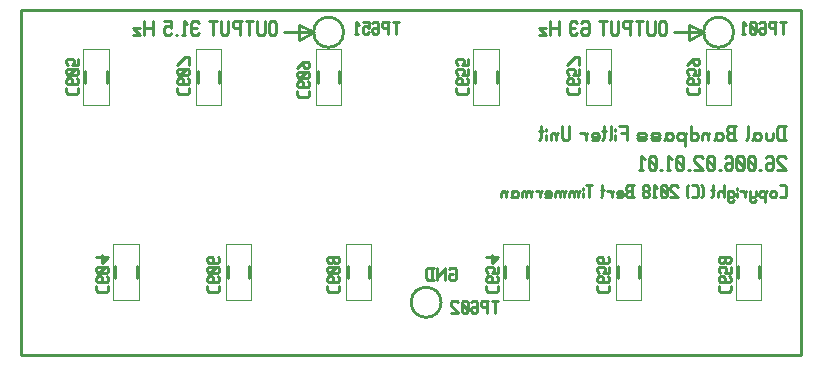
<source format=gbo>
G04 start of page 9 for group -4078 idx -4078 *
G04 Title: 26.006.02.01.01, bottomsilk *
G04 Creator: pcb 4.2.2 *
G04 CreationDate: Sat Feb 13 13:51:24 2021 UTC *
G04 For: bert *
G04 Format: Gerber/RS-274X *
G04 PCB-Dimensions (mil): 2600.00 1150.00 *
G04 PCB-Coordinate-Origin: lower left *
%MOIN*%
%FSLAX25Y25*%
%LNGBO*%
%ADD42C,0.0000*%
%ADD41C,0.0100*%
G54D41*X0Y115000D02*X260000D01*
X97500Y107500D02*X87500D01*
X92500Y110000D02*X97500Y107500D01*
X0Y0D02*Y115000D01*
X260000Y0D02*X0D01*
X97500Y107500D02*X92500Y105000D01*
Y110000D01*
X260000Y115000D02*Y0D01*
X222500Y110000D02*X227500Y107500D01*
X222500Y105000D01*
Y110000D01*
X227500Y107500D02*X217500D01*
X254400Y71500D02*Y76300D01*
X252600D02*X252000Y75700D01*
Y72100D02*Y75700D01*
X252600Y71500D02*X252000Y72100D01*
X252600Y71500D02*X255000D01*
X252600Y76300D02*X255000D01*
X250560Y72100D02*Y73900D01*
Y72100D02*X249960Y71500D01*
X248760D02*X249960D01*
X248760D02*X248160Y72100D01*
Y73900D01*
X244920D02*X244320Y73300D01*
X244920Y73900D02*X246120D01*
X246720Y73300D02*X246120Y73900D01*
X246720Y72100D02*Y73300D01*
Y72100D02*X246120Y71500D01*
X244320Y72100D02*Y73900D01*
Y72100D02*X243720Y71500D01*
X244920D02*X246120D01*
X244920D02*X244320Y72100D01*
X242280D02*Y76300D01*
Y72100D02*X241680Y71500D01*
X235920D02*X238320D01*
X235920D02*X235320Y72100D01*
Y73300D01*
X235920Y73900D02*X235320Y73300D01*
X235920Y73900D02*X237720D01*
Y71500D02*Y76300D01*
X235920D02*X238320D01*
X235920D02*X235320Y75700D01*
Y74500D02*Y75700D01*
X235920Y73900D02*X235320Y74500D01*
X232080Y73900D02*X231480Y73300D01*
X232080Y73900D02*X233280D01*
X233880Y73300D02*X233280Y73900D01*
X233880Y72100D02*Y73300D01*
Y72100D02*X233280Y71500D01*
X231480Y72100D02*Y73900D01*
Y72100D02*X230880Y71500D01*
X232080D02*X233280D01*
X232080D02*X231480Y72100D01*
X228840Y71500D02*Y73300D01*
X228240Y73900D01*
X227640D02*X228240D01*
X227640D02*X227040Y73300D01*
Y71500D02*Y73300D01*
X229440Y73900D02*X228840Y73300D01*
X223200Y71500D02*Y76300D01*
X223800Y71500D02*X223200Y72100D01*
X223800Y71500D02*X225000D01*
X225600Y72100D02*X225000Y71500D01*
X225600Y72100D02*Y73300D01*
X225000Y73900D01*
X223800D02*X225000D01*
X223800D02*X223200Y73300D01*
X221160Y69700D02*Y73300D01*
X221760Y73900D02*X221160Y73300D01*
X220560Y73900D01*
X219360D02*X220560D01*
X219360D02*X218760Y73300D01*
Y72100D02*Y73300D01*
X219360Y71500D02*X218760Y72100D01*
X219360Y71500D02*X220560D01*
X221160Y72100D02*X220560Y71500D01*
X215520Y73900D02*X214920Y73300D01*
X215520Y73900D02*X216720D01*
X217320Y73300D02*X216720Y73900D01*
X217320Y72100D02*Y73300D01*
Y72100D02*X216720Y71500D01*
X214920Y72100D02*Y73900D01*
Y72100D02*X214320Y71500D01*
X215520D02*X216720D01*
X215520D02*X214920Y72100D01*
X210480Y71500D02*X212280D01*
X210480D02*X209880Y72100D01*
X210480Y72700D02*X209880Y72100D01*
X210480Y72700D02*X212280D01*
X212880Y73300D02*X212280Y72700D01*
X212880Y73300D02*X212280Y73900D01*
X210480D02*X212280D01*
X210480D02*X209880Y73300D01*
X212880Y72100D02*X212280Y71500D01*
X206040D02*X207840D01*
X206040D02*X205440Y72100D01*
X206040Y72700D02*X205440Y72100D01*
X206040Y72700D02*X207840D01*
X208440Y73300D02*X207840Y72700D01*
X208440Y73300D02*X207840Y73900D01*
X206040D02*X207840D01*
X206040D02*X205440Y73300D01*
X208440Y72100D02*X207840Y71500D01*
X201840D02*Y76300D01*
X199440D02*X201840D01*
X200040Y73900D02*X201840D01*
X198000Y74500D02*Y75100D01*
Y71500D02*Y73300D01*
X196800Y72100D02*Y76300D01*
Y72100D02*X196200Y71500D01*
X194400Y72100D02*Y76300D01*
Y72100D02*X193800Y71500D01*
Y74500D02*X195000D01*
X190200Y71500D02*X192000D01*
X192600Y72100D02*X192000Y71500D01*
X192600Y72100D02*Y73300D01*
X192000Y73900D01*
X190800D02*X192000D01*
X190800D02*X190200Y73300D01*
Y72700D02*X192600D01*
X190200D02*Y73300D01*
X188160Y71500D02*Y73300D01*
X187560Y73900D01*
X186360D02*X187560D01*
X188760D02*X188160Y73300D01*
X182760Y72100D02*Y76300D01*
Y72100D02*X182160Y71500D01*
X180960D02*X182160D01*
X180960D02*X180360Y72100D01*
Y76300D01*
X178320Y71500D02*Y73300D01*
X177720Y73900D01*
X177120D02*X177720D01*
X177120D02*X176520Y73300D01*
Y71500D02*Y73300D01*
X178920Y73900D02*X178320Y73300D01*
X175080Y74500D02*Y75100D01*
Y71500D02*Y73300D01*
X173280Y72100D02*Y76300D01*
Y72100D02*X172680Y71500D01*
Y74500D02*X173880D01*
X143000Y29000D02*X142500Y28500D01*
X143000Y29000D02*X144500D01*
X145000Y28500D02*X144500Y29000D01*
X145000Y25500D02*Y28500D01*
Y25500D02*X144500Y25000D01*
X143000D02*X144500D01*
X143000D02*X142500Y25500D01*
Y26500D01*
X143000Y27000D02*X142500Y26500D01*
X143000Y27000D02*X144000D01*
X141300Y25000D02*Y29000D01*
Y28500D02*Y29000D01*
Y28500D02*X138800Y26000D01*
Y25000D02*Y29000D01*
X137100Y25000D02*Y29000D01*
X135600D02*X135100Y28500D01*
Y25500D02*Y28500D01*
X135600Y25000D02*X135100Y25500D01*
X135600Y25000D02*X137600D01*
X135600Y29000D02*X137600D01*
X85000Y107100D02*Y110700D01*
X84400Y111300D01*
X83200D02*X84400D01*
X83200D02*X82600Y110700D01*
Y107100D02*Y110700D01*
X83200Y106500D02*X82600Y107100D01*
X83200Y106500D02*X84400D01*
X85000Y107100D02*X84400Y106500D01*
X81160Y107100D02*Y111300D01*
Y107100D02*X80560Y106500D01*
X79360D02*X80560D01*
X79360D02*X78760Y107100D01*
Y111300D01*
X74920D02*X77320D01*
X76120Y106500D02*Y111300D01*
X72880Y106500D02*Y111300D01*
X71080D02*X73480D01*
X71080D02*X70480Y110700D01*
Y109500D02*Y110700D01*
X71080Y108900D02*X70480Y109500D01*
X71080Y108900D02*X72880D01*
X69040Y107100D02*Y111300D01*
Y107100D02*X68440Y106500D01*
X67240D02*X68440D01*
X67240D02*X66640Y107100D01*
Y111300D01*
X62800D02*X65200D01*
X64000Y106500D02*Y111300D01*
X59200Y110700D02*X58600Y111300D01*
X57400D02*X58600D01*
X57400D02*X56800Y110700D01*
Y107100D02*Y110700D01*
X57400Y106500D02*X56800Y107100D01*
X57400Y106500D02*X58600D01*
X59200Y107100D02*X58600Y106500D01*
X56800Y108900D02*X58600D01*
X53560Y106500D02*X54760D01*
X54160D02*Y111300D01*
X55360Y110100D02*X54160Y111300D01*
X51520Y106500D02*X52120D01*
X47680Y111300D02*X50080D01*
Y108900D02*Y111300D01*
Y108900D02*X49480Y109500D01*
X48280D02*X49480D01*
X48280D02*X47680Y108900D01*
Y107100D02*Y108900D01*
X48280Y106500D02*X47680Y107100D01*
X48280Y106500D02*X49480D01*
X50080Y107100D02*X49480Y106500D01*
X44080D02*Y111300D01*
X41080Y106500D02*Y111300D01*
Y108900D02*X44080D01*
X37240D02*X39640D01*
Y106500D02*X37240Y108900D01*
Y106500D02*X39640D01*
X215000Y107100D02*Y110700D01*
X214400Y111300D01*
X213200D02*X214400D01*
X213200D02*X212600Y110700D01*
Y107100D02*Y110700D01*
X213200Y106500D02*X212600Y107100D01*
X213200Y106500D02*X214400D01*
X215000Y107100D02*X214400Y106500D01*
X211160Y107100D02*Y111300D01*
Y107100D02*X210560Y106500D01*
X209360D02*X210560D01*
X209360D02*X208760Y107100D01*
Y111300D01*
X204920D02*X207320D01*
X206120Y106500D02*Y111300D01*
X202880Y106500D02*Y111300D01*
X201080D02*X203480D01*
X201080D02*X200480Y110700D01*
Y109500D02*Y110700D01*
X201080Y108900D02*X200480Y109500D01*
X201080Y108900D02*X202880D01*
X199040Y107100D02*Y111300D01*
Y107100D02*X198440Y106500D01*
X197240D02*X198440D01*
X197240D02*X196640Y107100D01*
Y111300D01*
X192800D02*X195200D01*
X194000Y106500D02*Y111300D01*
X187400D02*X186800Y110700D01*
X187400Y111300D02*X188600D01*
X189200Y110700D02*X188600Y111300D01*
X189200Y107100D02*Y110700D01*
Y107100D02*X188600Y106500D01*
X187400Y108900D02*X186800Y108300D01*
X187400Y108900D02*X189200D01*
X187400Y106500D02*X188600D01*
X187400D02*X186800Y107100D01*
Y108300D01*
X185360Y110700D02*X184760Y111300D01*
X183560D02*X184760D01*
X183560D02*X182960Y110700D01*
Y107100D02*Y110700D01*
X183560Y106500D02*X182960Y107100D01*
X183560Y106500D02*X184760D01*
X185360Y107100D02*X184760Y106500D01*
X182960Y108900D02*X184760D01*
X179360Y106500D02*Y111300D01*
X176360Y106500D02*Y111300D01*
Y108900D02*X179360D01*
X172520D02*X174920D01*
Y106500D02*X172520Y108900D01*
Y106500D02*X174920D01*
X255000Y65700D02*X254400Y66300D01*
X252600D02*X254400D01*
X252600D02*X252000Y65700D01*
Y64500D02*Y65700D01*
X255000Y61500D02*X252000Y64500D01*
Y61500D02*X255000D01*
X248760Y66300D02*X248160Y65700D01*
X248760Y66300D02*X249960D01*
X250560Y65700D02*X249960Y66300D01*
X250560Y62100D02*Y65700D01*
Y62100D02*X249960Y61500D01*
X248760Y63900D02*X248160Y63300D01*
X248760Y63900D02*X250560D01*
X248760Y61500D02*X249960D01*
X248760D02*X248160Y62100D01*
Y63300D01*
X246120Y61500D02*X246720D01*
X244680Y62100D02*X244080Y61500D01*
X244680Y62100D02*Y65700D01*
X244080Y66300D01*
X242880D02*X244080D01*
X242880D02*X242280Y65700D01*
Y62100D02*Y65700D01*
X242880Y61500D02*X242280Y62100D01*
X242880Y61500D02*X244080D01*
X244680Y62700D02*X242280Y65100D01*
X240840Y62100D02*X240240Y61500D01*
X240840Y62100D02*Y65700D01*
X240240Y66300D01*
X239040D02*X240240D01*
X239040D02*X238440Y65700D01*
Y62100D02*Y65700D01*
X239040Y61500D02*X238440Y62100D01*
X239040Y61500D02*X240240D01*
X240840Y62700D02*X238440Y65100D01*
X235200Y66300D02*X234600Y65700D01*
X235200Y66300D02*X236400D01*
X237000Y65700D02*X236400Y66300D01*
X237000Y62100D02*Y65700D01*
Y62100D02*X236400Y61500D01*
X235200Y63900D02*X234600Y63300D01*
X235200Y63900D02*X237000D01*
X235200Y61500D02*X236400D01*
X235200D02*X234600Y62100D01*
Y63300D01*
X232560Y61500D02*X233160D01*
X231120Y62100D02*X230520Y61500D01*
X231120Y62100D02*Y65700D01*
X230520Y66300D01*
X229320D02*X230520D01*
X229320D02*X228720Y65700D01*
Y62100D02*Y65700D01*
X229320Y61500D02*X228720Y62100D01*
X229320Y61500D02*X230520D01*
X231120Y62700D02*X228720Y65100D01*
X227280Y65700D02*X226680Y66300D01*
X224880D02*X226680D01*
X224880D02*X224280Y65700D01*
Y64500D02*Y65700D01*
X227280Y61500D02*X224280Y64500D01*
Y61500D02*X227280D01*
X222240D02*X222840D01*
X220800Y62100D02*X220200Y61500D01*
X220800Y62100D02*Y65700D01*
X220200Y66300D01*
X219000D02*X220200D01*
X219000D02*X218400Y65700D01*
Y62100D02*Y65700D01*
X219000Y61500D02*X218400Y62100D01*
X219000Y61500D02*X220200D01*
X220800Y62700D02*X218400Y65100D01*
X215160Y61500D02*X216360D01*
X215760D02*Y66300D01*
X216960Y65100D02*X215760Y66300D01*
X213120Y61500D02*X213720D01*
X211680Y62100D02*X211080Y61500D01*
X211680Y62100D02*Y65700D01*
X211080Y66300D01*
X209880D02*X211080D01*
X209880D02*X209280Y65700D01*
Y62100D02*Y65700D01*
X209880Y61500D02*X209280Y62100D01*
X209880Y61500D02*X211080D01*
X211680Y62700D02*X209280Y65100D01*
X206040Y61500D02*X207240D01*
X206640D02*Y66300D01*
X207840Y65100D02*X206640Y66300D01*
X253000Y52500D02*X254500D01*
X255000Y53000D02*X254500Y52500D01*
X255000Y53000D02*Y56000D01*
X254500Y56500D01*
X253000D02*X254500D01*
X251800Y53000D02*Y54000D01*
X251300Y54500D01*
X250300D02*X251300D01*
X250300D02*X249800Y54000D01*
Y53000D02*Y54000D01*
X250300Y52500D02*X249800Y53000D01*
X250300Y52500D02*X251300D01*
X251800Y53000D02*X251300Y52500D01*
X248100Y51000D02*Y54000D01*
X248600Y54500D02*X248100Y54000D01*
X247600Y54500D01*
X246600D02*X247600D01*
X246600D02*X246100Y54000D01*
Y53000D02*Y54000D01*
X246600Y52500D02*X246100Y53000D01*
X246600Y52500D02*X247600D01*
X248100Y53000D02*X247600Y52500D01*
X244900Y53000D02*Y54500D01*
Y53000D02*X244400Y52500D01*
X242900Y51500D02*Y54500D01*
X243400Y51000D02*X242900Y51500D01*
X243400Y51000D02*X244400D01*
X244900Y51500D02*X244400Y51000D01*
X243400Y52500D02*X244400D01*
X243400D02*X242900Y53000D01*
X241200Y52500D02*Y54000D01*
X240700Y54500D01*
X239700D02*X240700D01*
X241700D02*X241200Y54000D01*
X238500Y55000D02*Y55500D01*
Y52500D02*Y54000D01*
X236000Y54500D02*X235500Y54000D01*
X236000Y54500D02*X237000D01*
X237500Y54000D02*X237000Y54500D01*
X237500Y53000D02*Y54000D01*
Y53000D02*X237000Y52500D01*
X236000D02*X237000D01*
X236000D02*X235500Y53000D01*
X237500Y51500D02*X237000Y51000D01*
X236000D02*X237000D01*
X236000D02*X235500Y51500D01*
Y54500D01*
X234300Y52500D02*Y56500D01*
Y54000D02*X233800Y54500D01*
X232800D02*X233800D01*
X232800D02*X232300Y54000D01*
Y52500D02*Y54000D01*
X230600Y53000D02*Y56500D01*
Y53000D02*X230100Y52500D01*
Y55000D02*X231100D01*
X227300Y53000D02*X226800Y52500D01*
X227300Y56000D02*X226800Y56500D01*
X227300Y53000D02*Y56000D01*
X223600Y52500D02*X225100D01*
X225600Y53000D02*X225100Y52500D01*
X225600Y53000D02*Y56000D01*
X225100Y56500D01*
X223600D02*X225100D01*
X222400D02*X221900Y56000D01*
Y53000D02*Y56000D01*
X222400Y52500D02*X221900Y53000D01*
X218900Y56000D02*X218400Y56500D01*
X216900D02*X218400D01*
X216900D02*X216400Y56000D01*
Y55000D02*Y56000D01*
X218900Y52500D02*X216400Y55000D01*
Y52500D02*X218900D01*
X215200Y53000D02*X214700Y52500D01*
X215200Y53000D02*Y56000D01*
X214700Y56500D01*
X213700D02*X214700D01*
X213700D02*X213200Y56000D01*
Y53000D02*Y56000D01*
X213700Y52500D02*X213200Y53000D01*
X213700Y52500D02*X214700D01*
X215200Y53500D02*X213200Y55500D01*
X210500Y52500D02*X211500D01*
X211000D02*Y56500D01*
X212000Y55500D02*X211000Y56500D01*
X209300Y53000D02*X208800Y52500D01*
X209300Y53000D02*Y54000D01*
X208800Y54500D01*
X207800D02*X208800D01*
X207800D02*X207300Y54000D01*
Y53000D02*Y54000D01*
X207800Y52500D02*X207300Y53000D01*
X207800Y52500D02*X208800D01*
X209300Y55000D02*X208800Y54500D01*
X209300Y55000D02*Y56000D01*
X208800Y56500D01*
X207800D02*X208800D01*
X207800D02*X207300Y56000D01*
Y55000D02*Y56000D01*
X207800Y54500D02*X207300Y55000D01*
X202300Y52500D02*X204300D01*
X202300D02*X201800Y53000D01*
Y54000D01*
X202300Y54500D02*X201800Y54000D01*
X202300Y54500D02*X203800D01*
Y52500D02*Y56500D01*
X202300D02*X204300D01*
X202300D02*X201800Y56000D01*
Y55000D02*Y56000D01*
X202300Y54500D02*X201800Y55000D01*
X198600Y52500D02*X200100D01*
X200600Y53000D02*X200100Y52500D01*
X200600Y53000D02*Y54000D01*
X200100Y54500D01*
X199100D02*X200100D01*
X199100D02*X198600Y54000D01*
Y53500D02*X200600D01*
X198600D02*Y54000D01*
X196900Y52500D02*Y54000D01*
X196400Y54500D01*
X195400D02*X196400D01*
X197400D02*X196900Y54000D01*
X193700Y53000D02*Y56500D01*
Y53000D02*X193200Y52500D01*
Y55000D02*X194200D01*
X188400Y56500D02*X190400D01*
X189400Y52500D02*Y56500D01*
X187200Y55000D02*Y55500D01*
Y52500D02*Y54000D01*
X185700Y52500D02*Y54000D01*
X185200Y54500D01*
X184700D02*X185200D01*
X184700D02*X184200Y54000D01*
Y52500D02*Y54000D01*
X183700Y54500D01*
X183200D02*X183700D01*
X183200D02*X182700Y54000D01*
Y52500D02*Y54000D01*
X186200Y54500D02*X185700Y54000D01*
X181000Y52500D02*Y54000D01*
X180500Y54500D01*
X180000D02*X180500D01*
X180000D02*X179500Y54000D01*
Y52500D02*Y54000D01*
X179000Y54500D01*
X178500D02*X179000D01*
X178500D02*X178000Y54000D01*
Y52500D02*Y54000D01*
X181500Y54500D02*X181000Y54000D01*
X174800Y52500D02*X176300D01*
X176800Y53000D02*X176300Y52500D01*
X176800Y53000D02*Y54000D01*
X176300Y54500D01*
X175300D02*X176300D01*
X175300D02*X174800Y54000D01*
Y53500D02*X176800D01*
X174800D02*Y54000D01*
X173100Y52500D02*Y54000D01*
X172600Y54500D01*
X171600D02*X172600D01*
X173600D02*X173100Y54000D01*
X169900Y52500D02*Y54000D01*
X169400Y54500D01*
X168900D02*X169400D01*
X168900D02*X168400Y54000D01*
Y52500D02*Y54000D01*
X167900Y54500D01*
X167400D02*X167900D01*
X167400D02*X166900Y54000D01*
Y52500D02*Y54000D01*
X170400Y54500D02*X169900Y54000D01*
X164200Y54500D02*X163700Y54000D01*
X164200Y54500D02*X165200D01*
X165700Y54000D02*X165200Y54500D01*
X165700Y53000D02*Y54000D01*
Y53000D02*X165200Y52500D01*
X163700Y53000D02*Y54500D01*
Y53000D02*X163200Y52500D01*
X164200D02*X165200D01*
X164200D02*X163700Y53000D01*
X161500Y52500D02*Y54000D01*
X161000Y54500D01*
X160500D02*X161000D01*
X160500D02*X160000Y54000D01*
Y52500D02*Y54000D01*
X162000Y54500D02*X161500Y54000D01*
G54D42*X108207Y36774D02*X116793D01*
X108207Y18226D02*X116793D01*
X108207Y36774D02*Y18226D01*
X116793Y36774D02*Y18226D01*
G54D41*X108957Y29468D02*Y25532D01*
X116043Y29468D02*Y25532D01*
X130000Y17500D02*G75*G03X130000Y17500I5000J0D01*G01*
X97500Y107500D02*G75*G03X97500Y107500I5000J0D01*G01*
G54D42*X188207Y83226D02*X196793D01*
X188207Y101774D02*X196793D01*
Y83226D01*
X188207Y101774D02*Y83226D01*
G54D41*X196043Y94468D02*Y90532D01*
X188957Y94468D02*Y90532D01*
G54D42*X150707Y83226D02*X159293D01*
X150707Y101774D02*X159293D01*
Y83226D01*
X150707Y101774D02*Y83226D01*
G54D41*X158543Y94468D02*Y90532D01*
X151457Y94468D02*Y90532D01*
G54D42*X198207Y18226D02*X206793D01*
X198207Y36774D02*X206793D01*
Y18226D01*
X198207Y36774D02*Y18226D01*
G54D41*X206043Y29468D02*Y25532D01*
X198957Y29468D02*Y25532D01*
G54D42*X238207Y36774D02*X246793D01*
X238207Y18226D02*X246793D01*
X238207Y36774D02*Y18226D01*
X246793Y36774D02*Y18226D01*
G54D41*X238957Y29468D02*Y25532D01*
X246043Y29468D02*Y25532D01*
G54D42*X160707Y36774D02*X169293D01*
X160707Y18226D02*X169293D01*
X160707Y36774D02*Y18226D01*
X169293Y36774D02*Y18226D01*
G54D41*X161457Y29468D02*Y25532D01*
X168543Y29468D02*Y25532D01*
X227500Y107500D02*G75*G03X227500Y107500I5000J0D01*G01*
G54D42*X228207Y83226D02*X236793D01*
X228207Y101774D02*X236793D01*
Y83226D01*
X228207Y101774D02*Y83226D01*
G54D41*X236043Y94468D02*Y90532D01*
X228957Y94468D02*Y90532D01*
G54D42*X98207Y83226D02*X106793D01*
X98207Y101774D02*X106793D01*
Y83226D01*
X98207Y101774D02*Y83226D01*
G54D41*X106043Y94468D02*Y90532D01*
X98957Y94468D02*Y90532D01*
G54D42*X58207Y83226D02*X66793D01*
X58207Y101774D02*X66793D01*
Y83226D01*
X58207Y101774D02*Y83226D01*
G54D41*X66043Y94468D02*Y90532D01*
X58957Y94468D02*Y90532D01*
G54D42*X20707Y83226D02*X29293D01*
X20707Y101774D02*X29293D01*
Y83226D01*
X20707Y101774D02*Y83226D01*
G54D41*X28543Y94468D02*Y90532D01*
X21457Y94468D02*Y90532D01*
G54D42*X30707Y36774D02*X39293D01*
X30707Y18226D02*X39293D01*
X30707Y36774D02*Y18226D01*
X39293Y36774D02*Y18226D01*
G54D41*X31457Y29468D02*Y25532D01*
X38543Y29468D02*Y25532D01*
G54D42*X68207Y18226D02*X76793D01*
X68207Y36774D02*X76793D01*
Y18226D01*
X68207Y36774D02*Y18226D01*
G54D41*X76043Y29468D02*Y25532D01*
X68957Y29468D02*Y25532D01*
X92000Y86500D02*Y88000D01*
X92500Y86000D02*X92000Y86500D01*
X92500Y86000D02*X95500D01*
X96000Y86500D01*
Y88000D01*
Y90700D02*X95500Y91200D01*
X96000Y89700D02*Y90700D01*
X95500Y89200D02*X96000Y89700D01*
X92500Y89200D02*X95500D01*
X92500D02*X92000Y89700D01*
X94000Y90700D02*X93500Y91200D01*
X94000Y89200D02*Y90700D01*
X92000Y89700D02*Y90700D01*
X92500Y91200D01*
X93500D01*
X92500Y92400D02*X92000Y92900D01*
X92500Y92400D02*X95500D01*
X96000Y92900D01*
Y93900D01*
X95500Y94400D01*
X92500D02*X95500D01*
X92000Y93900D02*X92500Y94400D01*
X92000Y92900D02*Y93900D01*
X93000Y92400D02*X95000Y94400D01*
X92000Y95600D02*X94000Y97600D01*
X95500D01*
X96000Y97100D02*X95500Y97600D01*
X96000Y96100D02*Y97100D01*
X95500Y95600D02*X96000Y96100D01*
X94500Y95600D02*X95500D01*
X94500D02*X94000Y96100D01*
Y97600D01*
X102000Y21500D02*Y23000D01*
X102500Y21000D02*X102000Y21500D01*
X102500Y21000D02*X105500D01*
X106000Y21500D01*
Y23000D01*
Y25700D02*X105500Y26200D01*
X106000Y24700D02*Y25700D01*
X105500Y24200D02*X106000Y24700D01*
X102500Y24200D02*X105500D01*
X102500D02*X102000Y24700D01*
X104000Y25700D02*X103500Y26200D01*
X104000Y24200D02*Y25700D01*
X102000Y24700D02*Y25700D01*
X102500Y26200D01*
X103500D01*
X102500Y27400D02*X102000Y27900D01*
X102500Y27400D02*X105500D01*
X106000Y27900D01*
Y28900D01*
X105500Y29400D01*
X102500D02*X105500D01*
X102000Y28900D02*X102500Y29400D01*
X102000Y27900D02*Y28900D01*
X103000Y27400D02*X105000Y29400D01*
X102500Y30600D02*X102000Y31100D01*
X102500Y30600D02*X103500D01*
X104000Y31100D01*
Y32100D01*
X103500Y32600D01*
X102500D02*X103500D01*
X102000Y32100D02*X102500Y32600D01*
X102000Y31100D02*Y32100D01*
X104500Y30600D02*X104000Y31100D01*
X104500Y30600D02*X105500D01*
X106000Y31100D01*
Y32100D01*
X105500Y32600D01*
X104500D02*X105500D01*
X104000Y32100D02*X104500Y32600D01*
X124000Y111000D02*X126000D01*
X125000Y107000D02*Y111000D01*
X122300Y107000D02*Y111000D01*
X120800D02*X122800D01*
X120800D02*X120300Y110500D01*
Y109500D02*Y110500D01*
X120800Y109000D02*X120300Y109500D01*
X120800Y109000D02*X122300D01*
X117600Y111000D02*X117100Y110500D01*
X117600Y111000D02*X118600D01*
X119100Y110500D02*X118600Y111000D01*
X119100Y107500D02*Y110500D01*
Y107500D02*X118600Y107000D01*
X117600Y109000D02*X117100Y108500D01*
X117600Y109000D02*X119100D01*
X117600Y107000D02*X118600D01*
X117600D02*X117100Y107500D01*
Y108500D01*
X113900Y111000D02*X115900D01*
Y109000D02*Y111000D01*
Y109000D02*X115400Y109500D01*
X114400D02*X115400D01*
X114400D02*X113900Y109000D01*
Y107500D02*Y109000D01*
X114400Y107000D02*X113900Y107500D01*
X114400Y107000D02*X115400D01*
X115900Y107500D02*X115400Y107000D01*
X111200D02*X112200D01*
X111700D02*Y111000D01*
X112700Y110000D02*X111700Y111000D01*
X232500Y21500D02*Y23000D01*
X233000Y21000D02*X232500Y21500D01*
X233000Y21000D02*X236000D01*
X236500Y21500D01*
Y23000D01*
Y25700D02*X236000Y26200D01*
X236500Y24700D02*Y25700D01*
X236000Y24200D02*X236500Y24700D01*
X233000Y24200D02*X236000D01*
X233000D02*X232500Y24700D01*
X234500Y25700D02*X234000Y26200D01*
X234500Y24200D02*Y25700D01*
X232500Y24700D02*Y25700D01*
X233000Y26200D01*
X234000D01*
X236500Y27400D02*Y29400D01*
X234500Y27400D02*X236500D01*
X234500D02*X235000Y27900D01*
Y28900D01*
X234500Y29400D01*
X233000D02*X234500D01*
X232500Y28900D02*X233000Y29400D01*
X232500Y27900D02*Y28900D01*
X233000Y27400D02*X232500Y27900D01*
X233000Y30600D02*X232500Y31100D01*
X233000Y30600D02*X234000D01*
X234500Y31100D01*
Y32100D01*
X234000Y32600D01*
X233000D02*X234000D01*
X232500Y32100D02*X233000Y32600D01*
X232500Y31100D02*Y32100D01*
X235000Y30600D02*X234500Y31100D01*
X235000Y30600D02*X236000D01*
X236500Y31100D01*
Y32100D01*
X236000Y32600D01*
X235000D02*X236000D01*
X234500Y32100D02*X235000Y32600D01*
X253000Y111000D02*X255000D01*
X254000Y107000D02*Y111000D01*
X251300Y107000D02*Y111000D01*
X249800D02*X251800D01*
X249800D02*X249300Y110500D01*
Y109500D02*Y110500D01*
X249800Y109000D02*X249300Y109500D01*
X249800Y109000D02*X251300D01*
X246600Y111000D02*X246100Y110500D01*
X246600Y111000D02*X247600D01*
X248100Y110500D02*X247600Y111000D01*
X248100Y107500D02*Y110500D01*
Y107500D02*X247600Y107000D01*
X246600Y109000D02*X246100Y108500D01*
X246600Y109000D02*X248100D01*
X246600Y107000D02*X247600D01*
X246600D02*X246100Y107500D01*
Y108500D01*
X244900Y107500D02*X244400Y107000D01*
X244900Y107500D02*Y110500D01*
X244400Y111000D01*
X243400D02*X244400D01*
X243400D02*X242900Y110500D01*
Y107500D02*Y110500D01*
X243400Y107000D02*X242900Y107500D01*
X243400Y107000D02*X244400D01*
X244900Y108000D02*X242900Y110000D01*
X240200Y107000D02*X241200D01*
X240700D02*Y111000D01*
X241700Y110000D02*X240700Y111000D01*
X222000Y87500D02*Y89000D01*
X222500Y87000D02*X222000Y87500D01*
X222500Y87000D02*X225500D01*
X226000Y87500D01*
Y89000D01*
Y91700D02*X225500Y92200D01*
X226000Y90700D02*Y91700D01*
X225500Y90200D02*X226000Y90700D01*
X222500Y90200D02*X225500D01*
X222500D02*X222000Y90700D01*
X224000Y91700D02*X223500Y92200D01*
X224000Y90200D02*Y91700D01*
X222000Y90700D02*Y91700D01*
X222500Y92200D01*
X223500D01*
X226000Y93400D02*Y95400D01*
X224000Y93400D02*X226000D01*
X224000D02*X224500Y93900D01*
Y94900D01*
X224000Y95400D01*
X222500D02*X224000D01*
X222000Y94900D02*X222500Y95400D01*
X222000Y93900D02*Y94900D01*
X222500Y93400D02*X222000Y93900D01*
Y96600D02*X224000Y98600D01*
X225500D01*
X226000Y98100D02*X225500Y98600D01*
X226000Y97100D02*Y98100D01*
X225500Y96600D02*X226000Y97100D01*
X224500Y96600D02*X225500D01*
X224500D02*X224000Y97100D01*
Y98600D01*
X145000Y87500D02*Y89000D01*
X145500Y87000D02*X145000Y87500D01*
X145500Y87000D02*X148500D01*
X149000Y87500D01*
Y89000D01*
Y91700D02*X148500Y92200D01*
X149000Y90700D02*Y91700D01*
X148500Y90200D02*X149000Y90700D01*
X145500Y90200D02*X148500D01*
X145500D02*X145000Y90700D01*
X147000Y91700D02*X146500Y92200D01*
X147000Y90200D02*Y91700D01*
X145000Y90700D02*Y91700D01*
X145500Y92200D01*
X146500D01*
X149000Y93400D02*Y95400D01*
X147000Y93400D02*X149000D01*
X147000D02*X147500Y93900D01*
Y94900D01*
X147000Y95400D01*
X145500D02*X147000D01*
X145000Y94900D02*X145500Y95400D01*
X145000Y93900D02*Y94900D01*
X145500Y93400D02*X145000Y93900D01*
X149000Y96600D02*Y98600D01*
X147000Y96600D02*X149000D01*
X147000D02*X147500Y97100D01*
Y98100D01*
X147000Y98600D01*
X145500D02*X147000D01*
X145000Y98100D02*X145500Y98600D01*
X145000Y97100D02*Y98100D01*
X145500Y96600D02*X145000Y97100D01*
X192000Y21500D02*Y23000D01*
X192500Y21000D02*X192000Y21500D01*
X192500Y21000D02*X195500D01*
X196000Y21500D01*
Y23000D01*
Y25700D02*X195500Y26200D01*
X196000Y24700D02*Y25700D01*
X195500Y24200D02*X196000Y24700D01*
X192500Y24200D02*X195500D01*
X192500D02*X192000Y24700D01*
X194000Y25700D02*X193500Y26200D01*
X194000Y24200D02*Y25700D01*
X192000Y24700D02*Y25700D01*
X192500Y26200D01*
X193500D01*
X196000Y27400D02*Y29400D01*
X194000Y27400D02*X196000D01*
X194000D02*X194500Y27900D01*
Y28900D01*
X194000Y29400D01*
X192500D02*X194000D01*
X192000Y28900D02*X192500Y29400D01*
X192000Y27900D02*Y28900D01*
X192500Y27400D02*X192000Y27900D01*
X196000Y32100D02*X195500Y32600D01*
X196000Y31100D02*Y32100D01*
X195500Y30600D02*X196000Y31100D01*
X192500Y30600D02*X195500D01*
X192500D02*X192000Y31100D01*
X194000Y32100D02*X193500Y32600D01*
X194000Y30600D02*Y32100D01*
X192000Y31100D02*Y32100D01*
X192500Y32600D01*
X193500D01*
X155000Y21500D02*Y23000D01*
X155500Y21000D02*X155000Y21500D01*
X155500Y21000D02*X158500D01*
X159000Y21500D01*
Y23000D01*
Y25700D02*X158500Y26200D01*
X159000Y24700D02*Y25700D01*
X158500Y24200D02*X159000Y24700D01*
X155500Y24200D02*X158500D01*
X155500D02*X155000Y24700D01*
X157000Y25700D02*X156500Y26200D01*
X157000Y24200D02*Y25700D01*
X155000Y24700D02*Y25700D01*
X155500Y26200D01*
X156500D01*
X159000Y27400D02*Y29400D01*
X157000Y27400D02*X159000D01*
X157000D02*X157500Y27900D01*
Y28900D01*
X157000Y29400D01*
X155500D02*X157000D01*
X155000Y28900D02*X155500Y29400D01*
X155000Y27900D02*Y28900D01*
X155500Y27400D02*X155000Y27900D01*
X157000Y30600D02*X159000Y32600D01*
X157000Y30600D02*Y33100D01*
X155000Y32600D02*X159000D01*
X182000Y87500D02*Y89000D01*
X182500Y87000D02*X182000Y87500D01*
X182500Y87000D02*X185500D01*
X186000Y87500D01*
Y89000D01*
Y91700D02*X185500Y92200D01*
X186000Y90700D02*Y91700D01*
X185500Y90200D02*X186000Y90700D01*
X182500Y90200D02*X185500D01*
X182500D02*X182000Y90700D01*
X184000Y91700D02*X183500Y92200D01*
X184000Y90200D02*Y91700D01*
X182000Y90700D02*Y91700D01*
X182500Y92200D01*
X183500D01*
X186000Y93400D02*Y95400D01*
X184000Y93400D02*X186000D01*
X184000D02*X184500Y93900D01*
Y94900D01*
X184000Y95400D01*
X182500D02*X184000D01*
X182000Y94900D02*X182500Y95400D01*
X182000Y93900D02*Y94900D01*
X182500Y93400D02*X182000Y93900D01*
Y96600D02*X184500Y99100D01*
X186000D01*
Y96600D02*Y99100D01*
X157000Y18000D02*X159000D01*
X158000Y14000D02*Y18000D01*
X155300Y14000D02*Y18000D01*
X153800D02*X155800D01*
X153800D02*X153300Y17500D01*
Y16500D02*Y17500D01*
X153800Y16000D02*X153300Y16500D01*
X153800Y16000D02*X155300D01*
X150600Y18000D02*X150100Y17500D01*
X150600Y18000D02*X151600D01*
X152100Y17500D02*X151600Y18000D01*
X152100Y14500D02*Y17500D01*
Y14500D02*X151600Y14000D01*
X150600Y16000D02*X150100Y15500D01*
X150600Y16000D02*X152100D01*
X150600Y14000D02*X151600D01*
X150600D02*X150100Y14500D01*
Y15500D01*
X148900Y14500D02*X148400Y14000D01*
X148900Y14500D02*Y17500D01*
X148400Y18000D01*
X147400D02*X148400D01*
X147400D02*X146900Y17500D01*
Y14500D02*Y17500D01*
X147400Y14000D02*X146900Y14500D01*
X147400Y14000D02*X148400D01*
X148900Y15000D02*X146900Y17000D01*
X145700Y17500D02*X145200Y18000D01*
X143700D02*X145200D01*
X143700D02*X143200Y17500D01*
Y16500D02*Y17500D01*
X145700Y14000D02*X143200Y16500D01*
Y14000D02*X145700D01*
X52000Y87500D02*Y89000D01*
X52500Y87000D02*X52000Y87500D01*
X52500Y87000D02*X55500D01*
X56000Y87500D01*
Y89000D01*
Y91700D02*X55500Y92200D01*
X56000Y90700D02*Y91700D01*
X55500Y90200D02*X56000Y90700D01*
X52500Y90200D02*X55500D01*
X52500D02*X52000Y90700D01*
X54000Y91700D02*X53500Y92200D01*
X54000Y90200D02*Y91700D01*
X52000Y90700D02*Y91700D01*
X52500Y92200D01*
X53500D01*
X52500Y93400D02*X52000Y93900D01*
X52500Y93400D02*X55500D01*
X56000Y93900D01*
Y94900D01*
X55500Y95400D01*
X52500D02*X55500D01*
X52000Y94900D02*X52500Y95400D01*
X52000Y93900D02*Y94900D01*
X53000Y93400D02*X55000Y95400D01*
X52000Y96600D02*X54500Y99100D01*
X56000D01*
Y96600D02*Y99100D01*
X15000Y87500D02*Y89000D01*
X15500Y87000D02*X15000Y87500D01*
X15500Y87000D02*X18500D01*
X19000Y87500D01*
Y89000D01*
Y91700D02*X18500Y92200D01*
X19000Y90700D02*Y91700D01*
X18500Y90200D02*X19000Y90700D01*
X15500Y90200D02*X18500D01*
X15500D02*X15000Y90700D01*
X17000Y91700D02*X16500Y92200D01*
X17000Y90200D02*Y91700D01*
X15000Y90700D02*Y91700D01*
X15500Y92200D01*
X16500D01*
X15500Y93400D02*X15000Y93900D01*
X15500Y93400D02*X18500D01*
X19000Y93900D01*
Y94900D01*
X18500Y95400D01*
X15500D02*X18500D01*
X15000Y94900D02*X15500Y95400D01*
X15000Y93900D02*Y94900D01*
X16000Y93400D02*X18000Y95400D01*
X19000Y96600D02*Y98600D01*
X17000Y96600D02*X19000D01*
X17000D02*X17500Y97100D01*
Y98100D01*
X17000Y98600D01*
X15500D02*X17000D01*
X15000Y98100D02*X15500Y98600D01*
X15000Y97100D02*Y98100D01*
X15500Y96600D02*X15000Y97100D01*
X62000Y21500D02*Y23000D01*
X62500Y21000D02*X62000Y21500D01*
X62500Y21000D02*X65500D01*
X66000Y21500D01*
Y23000D01*
Y25700D02*X65500Y26200D01*
X66000Y24700D02*Y25700D01*
X65500Y24200D02*X66000Y24700D01*
X62500Y24200D02*X65500D01*
X62500D02*X62000Y24700D01*
X64000Y25700D02*X63500Y26200D01*
X64000Y24200D02*Y25700D01*
X62000Y24700D02*Y25700D01*
X62500Y26200D01*
X63500D01*
X62500Y27400D02*X62000Y27900D01*
X62500Y27400D02*X65500D01*
X66000Y27900D01*
Y28900D01*
X65500Y29400D01*
X62500D02*X65500D01*
X62000Y28900D02*X62500Y29400D01*
X62000Y27900D02*Y28900D01*
X63000Y27400D02*X65000Y29400D01*
X66000Y32100D02*X65500Y32600D01*
X66000Y31100D02*Y32100D01*
X65500Y30600D02*X66000Y31100D01*
X62500Y30600D02*X65500D01*
X62500D02*X62000Y31100D01*
X64000Y32100D02*X63500Y32600D01*
X64000Y30600D02*Y32100D01*
X62000Y31100D02*Y32100D01*
X62500Y32600D01*
X63500D01*
X25000Y21500D02*Y23000D01*
X25500Y21000D02*X25000Y21500D01*
X25500Y21000D02*X28500D01*
X29000Y21500D01*
Y23000D01*
Y25700D02*X28500Y26200D01*
X29000Y24700D02*Y25700D01*
X28500Y24200D02*X29000Y24700D01*
X25500Y24200D02*X28500D01*
X25500D02*X25000Y24700D01*
X27000Y25700D02*X26500Y26200D01*
X27000Y24200D02*Y25700D01*
X25000Y24700D02*Y25700D01*
X25500Y26200D01*
X26500D01*
X25500Y27400D02*X25000Y27900D01*
X25500Y27400D02*X28500D01*
X29000Y27900D01*
Y28900D01*
X28500Y29400D01*
X25500D02*X28500D01*
X25000Y28900D02*X25500Y29400D01*
X25000Y27900D02*Y28900D01*
X26000Y27400D02*X28000Y29400D01*
X27000Y30600D02*X29000Y32600D01*
X27000Y30600D02*Y33100D01*
X25000Y32600D02*X29000D01*
M02*

</source>
